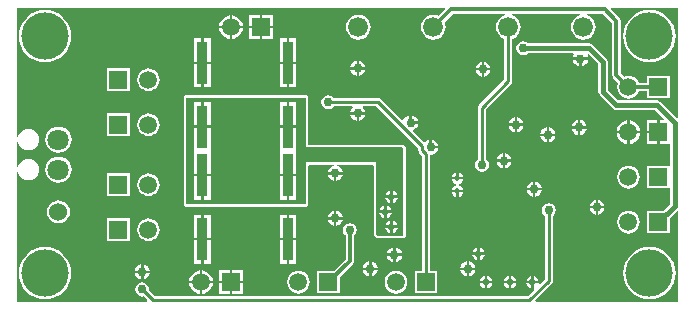
<source format=gbl>
G04 Layer_Physical_Order=2*
G04 Layer_Color=16711680*
%FSLAX24Y24*%
%MOIN*%
G70*
G01*
G75*
%ADD21C,0.0120*%
%ADD22C,0.0100*%
%ADD23C,0.0150*%
%ADD24R,0.0591X0.0591*%
%ADD25C,0.0591*%
%ADD26C,0.0661*%
%ADD27C,0.0709*%
%ADD28C,0.0300*%
%ADD29C,0.0197*%
%ADD30C,0.0600*%
%ADD31C,0.0220*%
%ADD32C,0.1575*%
%ADD33R,0.0358X0.1433*%
G36*
X34398Y20490D02*
X34352Y20471D01*
X33812Y21012D01*
X33760Y21046D01*
X33700Y21058D01*
X32415D01*
X32058Y21415D01*
Y22350D01*
X32046Y22410D01*
X32012Y22462D01*
X31562Y22912D01*
X31510Y22946D01*
X31450Y22958D01*
X29421D01*
X29416Y22966D01*
X29340Y23017D01*
X29250Y23035D01*
X29160Y23017D01*
X29084Y22966D01*
X29033Y22890D01*
X29015Y22800D01*
X29033Y22710D01*
X29084Y22634D01*
X29160Y22583D01*
X29250Y22565D01*
X29340Y22583D01*
X29416Y22634D01*
X29421Y22642D01*
X30917D01*
X30944Y22592D01*
X30914Y22548D01*
X30903Y22490D01*
X31397D01*
X31386Y22548D01*
X31384Y22550D01*
X31408Y22604D01*
X31420Y22606D01*
X31742Y22285D01*
Y21350D01*
X31754Y21290D01*
X31788Y21238D01*
X32238Y20788D01*
X32290Y20754D01*
X32350Y20742D01*
X33635D01*
X33935Y20441D01*
X33916Y20395D01*
X33790D01*
Y20000D01*
Y19605D01*
X34142D01*
Y18918D01*
X34125Y18875D01*
X34092Y18875D01*
X33375D01*
Y18125D01*
X34092D01*
X34125Y18125D01*
X34142Y18082D01*
Y17615D01*
X33902Y17375D01*
X33375D01*
Y16625D01*
X34125D01*
Y17152D01*
X34352Y17379D01*
X34398Y17360D01*
Y14352D01*
X29654D01*
X29635Y14398D01*
X30194Y14956D01*
X30222Y14999D01*
X30233Y15050D01*
Y17212D01*
X30266Y17234D01*
X30317Y17310D01*
X30335Y17400D01*
X30317Y17490D01*
X30266Y17566D01*
X30190Y17617D01*
X30100Y17635D01*
X30010Y17617D01*
X29934Y17566D01*
X29883Y17490D01*
X29865Y17400D01*
X29883Y17310D01*
X29934Y17234D01*
X29967Y17212D01*
Y15105D01*
X29803Y14941D01*
X29767Y14960D01*
X29590D01*
Y14783D01*
X29609Y14747D01*
X29395Y14533D01*
X16955D01*
X16772Y14715D01*
X16780Y14755D01*
X16762Y14844D01*
X16711Y14921D01*
X16635Y14971D01*
X16545Y14989D01*
X16456Y14971D01*
X16379Y14921D01*
X16329Y14844D01*
X16311Y14755D01*
X16329Y14665D01*
X16379Y14589D01*
X16456Y14538D01*
X16545Y14520D01*
X16585Y14528D01*
X16715Y14398D01*
X16696Y14352D01*
X12352D01*
Y18669D01*
X12402Y18672D01*
X12404Y18657D01*
X12439Y18571D01*
X12496Y18496D01*
X12571Y18439D01*
X12657Y18404D01*
X12750Y18391D01*
X12843Y18404D01*
X12929Y18439D01*
X13004Y18496D01*
X13061Y18571D01*
X13096Y18657D01*
X13109Y18750D01*
X13096Y18843D01*
X13061Y18929D01*
X13004Y19004D01*
X12929Y19061D01*
X12843Y19096D01*
X12750Y19109D01*
X12657Y19096D01*
X12571Y19061D01*
X12496Y19004D01*
X12439Y18929D01*
X12404Y18843D01*
X12402Y18828D01*
X12352Y18831D01*
Y19669D01*
X12402Y19672D01*
X12404Y19657D01*
X12439Y19571D01*
X12496Y19496D01*
X12571Y19439D01*
X12657Y19404D01*
X12750Y19391D01*
X12843Y19404D01*
X12929Y19439D01*
X13004Y19496D01*
X13061Y19571D01*
X13096Y19657D01*
X13109Y19750D01*
X13096Y19843D01*
X13061Y19929D01*
X13004Y20004D01*
X12929Y20061D01*
X12843Y20096D01*
X12750Y20109D01*
X12657Y20096D01*
X12571Y20061D01*
X12496Y20004D01*
X12439Y19929D01*
X12404Y19843D01*
X12402Y19828D01*
X12352Y19831D01*
Y24148D01*
X26631D01*
X26650Y24102D01*
X26422Y23873D01*
X26357Y23900D01*
X26250Y23914D01*
X26143Y23900D01*
X26043Y23859D01*
X25957Y23793D01*
X25891Y23707D01*
X25850Y23607D01*
X25836Y23500D01*
X25850Y23393D01*
X25891Y23293D01*
X25957Y23207D01*
X26043Y23141D01*
X26143Y23100D01*
X26250Y23086D01*
X26357Y23100D01*
X26457Y23141D01*
X26543Y23207D01*
X26609Y23293D01*
X26650Y23393D01*
X26664Y23500D01*
X26650Y23607D01*
X26623Y23672D01*
X26899Y23948D01*
X28633D01*
X28643Y23900D01*
X28543Y23859D01*
X28457Y23793D01*
X28391Y23707D01*
X28350Y23607D01*
X28336Y23500D01*
X28350Y23393D01*
X28391Y23293D01*
X28457Y23207D01*
X28543Y23141D01*
X28617Y23110D01*
Y21755D01*
X27773Y20911D01*
X27744Y20868D01*
X27734Y20817D01*
Y19105D01*
X27701Y19083D01*
X27650Y19007D01*
X27632Y18917D01*
X27650Y18827D01*
X27701Y18751D01*
X27777Y18700D01*
X27867Y18682D01*
X27957Y18700D01*
X28033Y18751D01*
X28084Y18827D01*
X28101Y18917D01*
X28084Y19007D01*
X28033Y19083D01*
X27999Y19105D01*
Y20762D01*
X28844Y21606D01*
X28872Y21649D01*
X28883Y21700D01*
Y23110D01*
X28957Y23141D01*
X29043Y23207D01*
X29109Y23293D01*
X29150Y23393D01*
X29164Y23500D01*
X29150Y23607D01*
X29109Y23707D01*
X29043Y23793D01*
X28957Y23859D01*
X28857Y23900D01*
X28867Y23948D01*
X31133D01*
X31143Y23900D01*
X31043Y23859D01*
X30957Y23793D01*
X30891Y23707D01*
X30850Y23607D01*
X30836Y23500D01*
X30850Y23393D01*
X30891Y23293D01*
X30957Y23207D01*
X31043Y23141D01*
X31143Y23100D01*
X31250Y23086D01*
X31357Y23100D01*
X31457Y23141D01*
X31543Y23207D01*
X31609Y23293D01*
X31650Y23393D01*
X31664Y23500D01*
X31650Y23607D01*
X31609Y23707D01*
X31543Y23793D01*
X31457Y23859D01*
X31357Y23900D01*
X31367Y23948D01*
X31901D01*
X32207Y23641D01*
Y21900D01*
X32207Y21900D01*
X32218Y21845D01*
X32249Y21799D01*
X32404Y21644D01*
X32384Y21598D01*
X32371Y21500D01*
X32384Y21402D01*
X32422Y21311D01*
X32482Y21232D01*
X32561Y21172D01*
X32652Y21134D01*
X32750Y21121D01*
X32848Y21134D01*
X32939Y21172D01*
X33018Y21232D01*
X33078Y21311D01*
X33097Y21357D01*
X33375D01*
Y21125D01*
X34125D01*
Y21875D01*
X33375D01*
Y21643D01*
X33097D01*
X33078Y21689D01*
X33018Y21768D01*
X32939Y21828D01*
X32848Y21866D01*
X32750Y21879D01*
X32652Y21866D01*
X32606Y21846D01*
X32493Y21959D01*
Y23700D01*
X32493Y23700D01*
X32482Y23755D01*
X32451Y23801D01*
X32451Y23801D01*
X32150Y24102D01*
X32169Y24148D01*
X34398D01*
Y20490D01*
D02*
G37*
%LPC*%
G36*
X27790Y16156D02*
Y15990D01*
X27956D01*
X27948Y16032D01*
X27901Y16101D01*
X27832Y16148D01*
X27790Y16156D01*
D02*
G37*
G36*
X24990Y16165D02*
Y15958D01*
X25197D01*
X25185Y16016D01*
X25130Y16099D01*
X25048Y16154D01*
X24990Y16165D01*
D02*
G37*
G36*
X27710Y16156D02*
X27668Y16148D01*
X27599Y16101D01*
X27552Y16032D01*
X27544Y15990D01*
X27710D01*
Y16156D01*
D02*
G37*
G36*
X16750Y17129D02*
X16652Y17116D01*
X16561Y17078D01*
X16482Y17018D01*
X16422Y16939D01*
X16384Y16848D01*
X16371Y16750D01*
X16384Y16652D01*
X16422Y16561D01*
X16482Y16482D01*
X16561Y16422D01*
X16652Y16384D01*
X16750Y16371D01*
X16848Y16384D01*
X16939Y16422D01*
X17018Y16482D01*
X17078Y16561D01*
X17116Y16652D01*
X17129Y16750D01*
X17116Y16848D01*
X17078Y16939D01*
X17018Y17018D01*
X16939Y17078D01*
X16848Y17116D01*
X16750Y17129D01*
D02*
G37*
G36*
X18510Y17254D02*
X18271D01*
Y16477D01*
X18510D01*
Y17254D01*
D02*
G37*
G36*
X18829D02*
X18590D01*
Y16477D01*
X18829D01*
Y17254D01*
D02*
G37*
G36*
X16125Y17125D02*
X15375D01*
Y16375D01*
X16125D01*
Y17125D01*
D02*
G37*
G36*
X22000Y21232D02*
X18000D01*
X17969Y21225D01*
X17942Y21208D01*
X17925Y21181D01*
X17918Y21150D01*
Y17600D01*
X17925Y17569D01*
X17942Y17542D01*
X17969Y17525D01*
X18000Y17518D01*
X22000D01*
X22031Y17525D01*
X22058Y17542D01*
X22075Y17569D01*
X22082Y17600D01*
Y18883D01*
X22117Y18918D01*
X22918D01*
X22923Y18868D01*
X22878Y18860D01*
X22796Y18804D01*
X22740Y18722D01*
X22729Y18664D01*
X23223D01*
X23211Y18722D01*
X23156Y18804D01*
X23074Y18860D01*
X23029Y18868D01*
X23034Y18918D01*
X24233Y18918D01*
X24268Y18883D01*
X24268Y16585D01*
X24268Y16585D01*
X24275Y16554D01*
X24292Y16528D01*
X24328Y16492D01*
X24354Y16475D01*
X24385Y16468D01*
X24385Y16468D01*
X25250Y16468D01*
X25281Y16475D01*
X25308Y16492D01*
X25325Y16519D01*
X25332Y16550D01*
X25332Y19465D01*
X25332Y19465D01*
X25325Y19496D01*
X25308Y19522D01*
X25272Y19558D01*
X25246Y19575D01*
X25215Y19582D01*
X25215Y19582D01*
X22082Y19582D01*
Y21150D01*
X22075Y21181D01*
X22058Y21208D01*
X22031Y21225D01*
X22000Y21232D01*
D02*
G37*
G36*
X24910Y16165D02*
X24852Y16154D01*
X24770Y16099D01*
X24715Y16016D01*
X24703Y15958D01*
X24910D01*
Y16165D01*
D02*
G37*
G36*
X21360Y16397D02*
X21121D01*
Y15620D01*
X21360D01*
Y16397D01*
D02*
G37*
G36*
X21679D02*
X21440D01*
Y15620D01*
X21679D01*
Y16397D01*
D02*
G37*
G36*
X18510D02*
X18271D01*
Y15620D01*
X18510D01*
Y16397D01*
D02*
G37*
G36*
X18829D02*
X18590D01*
Y15620D01*
X18829D01*
Y16397D01*
D02*
G37*
G36*
X27710Y15910D02*
X27544D01*
X27552Y15868D01*
X27599Y15799D01*
X27668Y15752D01*
X27710Y15744D01*
Y15910D01*
D02*
G37*
G36*
X27956D02*
X27790D01*
Y15744D01*
X27832Y15752D01*
X27901Y15799D01*
X27948Y15868D01*
X27956Y15910D01*
D02*
G37*
G36*
X24910Y15878D02*
X24703D01*
X24715Y15821D01*
X24770Y15738D01*
X24852Y15683D01*
X24910Y15672D01*
Y15878D01*
D02*
G37*
G36*
X25197D02*
X24990D01*
Y15672D01*
X25048Y15683D01*
X25130Y15738D01*
X25185Y15821D01*
X25197Y15878D01*
D02*
G37*
G36*
X21360Y17254D02*
X21121D01*
Y16477D01*
X21360D01*
Y17254D01*
D02*
G37*
G36*
X27010Y17993D02*
X26856D01*
X26863Y17956D01*
X26907Y17890D01*
X26973Y17847D01*
X27010Y17839D01*
Y17993D01*
D02*
G37*
G36*
X27244D02*
X27090D01*
Y17839D01*
X27127Y17847D01*
X27193Y17890D01*
X27237Y17956D01*
X27244Y17993D01*
D02*
G37*
G36*
X31660Y17747D02*
X31602Y17736D01*
X31520Y17680D01*
X31465Y17598D01*
X31453Y17540D01*
X31660D01*
Y17747D01*
D02*
G37*
G36*
X31740D02*
Y17540D01*
X31947D01*
X31936Y17598D01*
X31880Y17680D01*
X31798Y17736D01*
X31740Y17747D01*
D02*
G37*
G36*
X29565Y18060D02*
X29358D01*
X29369Y18002D01*
X29424Y17920D01*
X29507Y17865D01*
X29565Y17853D01*
Y18060D01*
D02*
G37*
G36*
X16125Y18625D02*
X15375D01*
Y17875D01*
X16125D01*
Y18625D01*
D02*
G37*
G36*
X27244Y18427D02*
X26856D01*
X26863Y18389D01*
X26907Y18323D01*
X26973Y18280D01*
X26993Y18275D01*
Y18225D01*
X26973Y18220D01*
X26907Y18177D01*
X26863Y18111D01*
X26856Y18073D01*
X27244D01*
X27237Y18111D01*
X27193Y18177D01*
X27127Y18220D01*
X27107Y18225D01*
Y18275D01*
X27127Y18280D01*
X27193Y18323D01*
X27237Y18389D01*
X27244Y18427D01*
D02*
G37*
G36*
X29852Y18060D02*
X29645D01*
Y17853D01*
X29702Y17865D01*
X29785Y17920D01*
X29840Y18002D01*
X29852Y18060D01*
D02*
G37*
G36*
X16750Y18629D02*
X16652Y18616D01*
X16561Y18578D01*
X16482Y18518D01*
X16422Y18439D01*
X16384Y18348D01*
X16371Y18250D01*
X16384Y18152D01*
X16422Y18061D01*
X16482Y17982D01*
X16561Y17922D01*
X16652Y17884D01*
X16750Y17871D01*
X16848Y17884D01*
X16939Y17922D01*
X17018Y17982D01*
X17078Y18061D01*
X17116Y18152D01*
X17129Y18250D01*
X17116Y18348D01*
X17078Y18439D01*
X17018Y18518D01*
X16939Y18578D01*
X16848Y18616D01*
X16750Y18629D01*
D02*
G37*
G36*
X22934Y17084D02*
X22727D01*
X22739Y17026D01*
X22794Y16944D01*
X22876Y16889D01*
X22934Y16877D01*
Y17084D01*
D02*
G37*
G36*
X23221D02*
X23014D01*
Y16877D01*
X23072Y16889D01*
X23154Y16944D01*
X23210Y17026D01*
X23221Y17084D01*
D02*
G37*
G36*
X21679Y17254D02*
X21440D01*
Y16477D01*
X21679D01*
Y17254D01*
D02*
G37*
G36*
X32750Y17379D02*
X32652Y17366D01*
X32561Y17328D01*
X32482Y17268D01*
X32422Y17189D01*
X32384Y17098D01*
X32371Y17000D01*
X32384Y16902D01*
X32422Y16811D01*
X32482Y16732D01*
X32561Y16672D01*
X32652Y16634D01*
X32750Y16621D01*
X32848Y16634D01*
X32939Y16672D01*
X33018Y16732D01*
X33078Y16811D01*
X33116Y16902D01*
X33129Y17000D01*
X33116Y17098D01*
X33078Y17189D01*
X33018Y17268D01*
X32939Y17328D01*
X32848Y17366D01*
X32750Y17379D01*
D02*
G37*
G36*
X13750Y17733D02*
X13651Y17720D01*
X13558Y17682D01*
X13479Y17621D01*
X13418Y17542D01*
X13380Y17449D01*
X13367Y17350D01*
X13380Y17251D01*
X13418Y17158D01*
X13479Y17079D01*
X13558Y17018D01*
X13651Y16980D01*
X13750Y16967D01*
X13849Y16980D01*
X13942Y17018D01*
X14021Y17079D01*
X14082Y17158D01*
X14120Y17251D01*
X14133Y17350D01*
X14120Y17449D01*
X14082Y17542D01*
X14021Y17621D01*
X13942Y17682D01*
X13849Y17720D01*
X13750Y17733D01*
D02*
G37*
G36*
X31660Y17460D02*
X31453D01*
X31465Y17402D01*
X31520Y17320D01*
X31602Y17264D01*
X31660Y17253D01*
Y17460D01*
D02*
G37*
G36*
X31947D02*
X31740D01*
Y17253D01*
X31798Y17264D01*
X31880Y17320D01*
X31936Y17402D01*
X31947Y17460D01*
D02*
G37*
G36*
X22934Y17371D02*
X22876Y17360D01*
X22794Y17304D01*
X22739Y17222D01*
X22727Y17164D01*
X22934D01*
Y17371D01*
D02*
G37*
G36*
X23014D02*
Y17164D01*
X23221D01*
X23210Y17222D01*
X23154Y17304D01*
X23072Y17360D01*
X23014Y17371D01*
D02*
G37*
G36*
X27435Y15692D02*
Y15485D01*
X27642D01*
X27631Y15543D01*
X27576Y15626D01*
X27493Y15681D01*
X27435Y15692D01*
D02*
G37*
G36*
X28206Y14960D02*
X28040D01*
Y14794D01*
X28082Y14802D01*
X28151Y14849D01*
X28198Y14918D01*
X28206Y14960D01*
D02*
G37*
G36*
X28760D02*
X28594D01*
X28602Y14918D01*
X28649Y14849D01*
X28718Y14802D01*
X28760Y14794D01*
Y14960D01*
D02*
G37*
G36*
X22750Y21235D02*
X22660Y21217D01*
X22584Y21166D01*
X22533Y21090D01*
X22515Y21000D01*
X22533Y20910D01*
X22584Y20834D01*
X22660Y20783D01*
X22750Y20765D01*
X22840Y20783D01*
X22916Y20834D01*
X22938Y20867D01*
X23550D01*
X23565Y20817D01*
X23546Y20804D01*
X23490Y20722D01*
X23479Y20664D01*
X23973D01*
X23961Y20722D01*
X23906Y20804D01*
X23886Y20817D01*
X23902Y20867D01*
X24345D01*
X25742Y19470D01*
Y19389D01*
X25752Y19338D01*
X25781Y19295D01*
X25867Y19209D01*
Y15375D01*
X25625D01*
Y14625D01*
X26375D01*
Y15375D01*
X26133D01*
Y19232D01*
X26155Y19250D01*
X26252Y19269D01*
X26335Y19324D01*
X26390Y19407D01*
X26402Y19465D01*
X26155D01*
Y19505D01*
X26115D01*
Y19752D01*
X26057Y19740D01*
X25974Y19685D01*
X25968Y19675D01*
X25918Y19670D01*
X25557Y20031D01*
X25571Y20079D01*
X25581Y20081D01*
X25664Y20136D01*
X25719Y20219D01*
X25731Y20276D01*
X25484D01*
Y20316D01*
X25444D01*
Y20563D01*
X25386Y20552D01*
X25304Y20496D01*
X25248Y20414D01*
X25246Y20403D01*
X25198Y20389D01*
X24494Y21094D01*
X24451Y21122D01*
X24400Y21133D01*
X22938D01*
X22916Y21166D01*
X22840Y21217D01*
X22750Y21235D01*
D02*
G37*
G36*
X27960Y14960D02*
X27794D01*
X27802Y14918D01*
X27849Y14849D01*
X27918Y14802D01*
X27960Y14794D01*
Y14960D01*
D02*
G37*
G36*
X29006D02*
X28840D01*
Y14794D01*
X28882Y14802D01*
X28951Y14849D01*
X28998Y14918D01*
X29006Y14960D01*
D02*
G37*
G36*
X18540Y15393D02*
Y15040D01*
X18893D01*
X18885Y15103D01*
X18845Y15199D01*
X18782Y15282D01*
X18699Y15345D01*
X18603Y15385D01*
X18540Y15393D01*
D02*
G37*
G36*
X19460Y15395D02*
X19105D01*
Y15040D01*
X19460D01*
Y15395D01*
D02*
G37*
G36*
X29510Y14960D02*
X29344D01*
X29352Y14918D01*
X29399Y14849D01*
X29468Y14802D01*
X29510Y14794D01*
Y14960D01*
D02*
G37*
G36*
X18460Y15393D02*
X18397Y15385D01*
X18301Y15345D01*
X18218Y15282D01*
X18155Y15199D01*
X18115Y15103D01*
X18107Y15040D01*
X18460D01*
Y15393D01*
D02*
G37*
G36*
X19460Y14960D02*
X19105D01*
Y14605D01*
X19460D01*
Y14960D01*
D02*
G37*
G36*
X19895D02*
X19540D01*
Y14605D01*
X19895D01*
Y14960D01*
D02*
G37*
G36*
X13300Y16172D02*
X13130Y16155D01*
X12966Y16105D01*
X12816Y16025D01*
X12684Y15916D01*
X12575Y15784D01*
X12495Y15634D01*
X12445Y15470D01*
X12428Y15300D01*
X12445Y15130D01*
X12495Y14966D01*
X12575Y14816D01*
X12684Y14684D01*
X12816Y14575D01*
X12966Y14495D01*
X13130Y14445D01*
X13300Y14428D01*
X13470Y14445D01*
X13634Y14495D01*
X13784Y14575D01*
X13916Y14684D01*
X14025Y14816D01*
X14105Y14966D01*
X14155Y15130D01*
X14172Y15300D01*
X14155Y15470D01*
X14105Y15634D01*
X14025Y15784D01*
X13916Y15916D01*
X13784Y16025D01*
X13634Y16105D01*
X13470Y16155D01*
X13300Y16172D01*
D02*
G37*
G36*
X33450D02*
X33280Y16155D01*
X33116Y16105D01*
X32966Y16025D01*
X32834Y15916D01*
X32725Y15784D01*
X32645Y15634D01*
X32595Y15470D01*
X32578Y15300D01*
X32595Y15130D01*
X32645Y14966D01*
X32725Y14816D01*
X32834Y14684D01*
X32966Y14575D01*
X33116Y14495D01*
X33280Y14445D01*
X33450Y14428D01*
X33620Y14445D01*
X33784Y14495D01*
X33934Y14575D01*
X34066Y14684D01*
X34175Y14816D01*
X34255Y14966D01*
X34305Y15130D01*
X34322Y15300D01*
X34305Y15470D01*
X34255Y15634D01*
X34175Y15784D01*
X34066Y15916D01*
X33934Y16025D01*
X33784Y16105D01*
X33620Y16155D01*
X33450Y16172D01*
D02*
G37*
G36*
X18460Y14960D02*
X18107D01*
X18115Y14897D01*
X18155Y14801D01*
X18218Y14718D01*
X18301Y14655D01*
X18397Y14615D01*
X18460Y14607D01*
Y14960D01*
D02*
G37*
G36*
X25000Y15379D02*
X24902Y15366D01*
X24811Y15328D01*
X24732Y15268D01*
X24672Y15189D01*
X24634Y15098D01*
X24621Y15000D01*
X24634Y14902D01*
X24672Y14811D01*
X24732Y14732D01*
X24811Y14672D01*
X24902Y14634D01*
X25000Y14621D01*
X25098Y14634D01*
X25189Y14672D01*
X25268Y14732D01*
X25328Y14811D01*
X25366Y14902D01*
X25379Y15000D01*
X25366Y15098D01*
X25328Y15189D01*
X25268Y15268D01*
X25189Y15328D01*
X25098Y15366D01*
X25000Y15379D01*
D02*
G37*
G36*
X23463Y16971D02*
X23374Y16953D01*
X23298Y16902D01*
X23247Y16826D01*
X23229Y16737D01*
X23247Y16647D01*
X23298Y16571D01*
X23321Y16555D01*
Y15773D01*
X22923Y15375D01*
X22375D01*
Y14625D01*
X23125D01*
Y15173D01*
X23564Y15612D01*
X23564Y15612D01*
X23595Y15659D01*
X23606Y15713D01*
X23606Y15713D01*
Y16555D01*
X23629Y16571D01*
X23680Y16647D01*
X23698Y16737D01*
X23680Y16826D01*
X23629Y16902D01*
X23553Y16953D01*
X23463Y16971D01*
D02*
G37*
G36*
X18893Y14960D02*
X18540D01*
Y14607D01*
X18603Y14615D01*
X18699Y14655D01*
X18782Y14718D01*
X18845Y14801D01*
X18885Y14897D01*
X18893Y14960D01*
D02*
G37*
G36*
X21750Y15379D02*
X21652Y15366D01*
X21561Y15328D01*
X21482Y15268D01*
X21422Y15189D01*
X21384Y15098D01*
X21371Y15000D01*
X21384Y14902D01*
X21422Y14811D01*
X21482Y14732D01*
X21561Y14672D01*
X21652Y14634D01*
X21750Y14621D01*
X21848Y14634D01*
X21939Y14672D01*
X22018Y14732D01*
X22078Y14811D01*
X22116Y14902D01*
X22129Y15000D01*
X22116Y15098D01*
X22078Y15189D01*
X22018Y15268D01*
X21939Y15328D01*
X21848Y15366D01*
X21750Y15379D01*
D02*
G37*
G36*
X27355Y15405D02*
X27148D01*
X27160Y15348D01*
X27215Y15265D01*
X27298Y15210D01*
X27355Y15198D01*
Y15405D01*
D02*
G37*
G36*
X27642D02*
X27435D01*
Y15198D01*
X27493Y15210D01*
X27576Y15265D01*
X27631Y15348D01*
X27642Y15405D01*
D02*
G37*
G36*
X24105D02*
X23898D01*
X23910Y15348D01*
X23965Y15265D01*
X24048Y15210D01*
X24105Y15198D01*
Y15405D01*
D02*
G37*
G36*
X24392D02*
X24185D01*
Y15198D01*
X24243Y15210D01*
X24326Y15265D01*
X24381Y15348D01*
X24392Y15405D01*
D02*
G37*
G36*
X16505Y15592D02*
X16448Y15581D01*
X16365Y15526D01*
X16310Y15443D01*
X16298Y15385D01*
X16505D01*
Y15592D01*
D02*
G37*
G36*
X24185Y15692D02*
Y15485D01*
X24392D01*
X24381Y15543D01*
X24326Y15626D01*
X24243Y15681D01*
X24185Y15692D01*
D02*
G37*
G36*
X27355D02*
X27298Y15681D01*
X27215Y15626D01*
X27160Y15543D01*
X27148Y15485D01*
X27355D01*
Y15692D01*
D02*
G37*
G36*
X16585Y15592D02*
Y15385D01*
X16792D01*
X16781Y15443D01*
X16726Y15526D01*
X16643Y15581D01*
X16585Y15592D01*
D02*
G37*
G36*
X24105Y15692D02*
X24048Y15681D01*
X23965Y15626D01*
X23910Y15543D01*
X23898Y15485D01*
X24105D01*
Y15692D01*
D02*
G37*
G36*
X28040Y15206D02*
Y15040D01*
X28206D01*
X28198Y15082D01*
X28151Y15151D01*
X28082Y15198D01*
X28040Y15206D01*
D02*
G37*
G36*
X28760D02*
X28718Y15198D01*
X28649Y15151D01*
X28602Y15082D01*
X28594Y15040D01*
X28760D01*
Y15206D01*
D02*
G37*
G36*
X19895Y15395D02*
X19540D01*
Y15040D01*
X19895D01*
Y15395D01*
D02*
G37*
G36*
X27960Y15206D02*
X27918Y15198D01*
X27849Y15151D01*
X27802Y15082D01*
X27794Y15040D01*
X27960D01*
Y15206D01*
D02*
G37*
G36*
X28840D02*
Y15040D01*
X29006D01*
X28998Y15082D01*
X28951Y15151D01*
X28882Y15198D01*
X28840Y15206D01*
D02*
G37*
G36*
X16505Y15305D02*
X16298D01*
X16310Y15248D01*
X16365Y15165D01*
X16448Y15110D01*
X16505Y15098D01*
Y15305D01*
D02*
G37*
G36*
X16792D02*
X16585D01*
Y15098D01*
X16643Y15110D01*
X16726Y15165D01*
X16781Y15248D01*
X16792Y15305D01*
D02*
G37*
G36*
X29510Y15206D02*
X29468Y15198D01*
X29399Y15151D01*
X29352Y15082D01*
X29344Y15040D01*
X29510D01*
Y15206D01*
D02*
G37*
G36*
X29590D02*
Y15040D01*
X29756D01*
X29748Y15082D01*
X29701Y15151D01*
X29632Y15198D01*
X29590Y15206D01*
D02*
G37*
G36*
X32750Y18879D02*
X32652Y18866D01*
X32561Y18828D01*
X32482Y18768D01*
X32422Y18689D01*
X32384Y18598D01*
X32371Y18500D01*
X32384Y18402D01*
X32422Y18311D01*
X32482Y18232D01*
X32561Y18172D01*
X32652Y18134D01*
X32750Y18121D01*
X32848Y18134D01*
X32939Y18172D01*
X33018Y18232D01*
X33078Y18311D01*
X33116Y18402D01*
X33129Y18500D01*
X33116Y18598D01*
X33078Y18689D01*
X33018Y18768D01*
X32939Y18828D01*
X32848Y18866D01*
X32750Y18879D01*
D02*
G37*
G36*
X18510Y22273D02*
X18271D01*
Y21496D01*
X18510D01*
Y22273D01*
D02*
G37*
G36*
X18829D02*
X18590D01*
Y21496D01*
X18829D01*
Y22273D01*
D02*
G37*
G36*
X16125Y22125D02*
X15375D01*
Y21375D01*
X16125D01*
Y22125D01*
D02*
G37*
G36*
X23973Y20584D02*
X23766D01*
Y20377D01*
X23824Y20389D01*
X23906Y20444D01*
X23961Y20526D01*
X23973Y20584D01*
D02*
G37*
G36*
X16750Y22129D02*
X16652Y22116D01*
X16561Y22078D01*
X16482Y22018D01*
X16422Y21939D01*
X16384Y21848D01*
X16371Y21750D01*
X16384Y21652D01*
X16422Y21561D01*
X16482Y21482D01*
X16561Y21422D01*
X16652Y21384D01*
X16750Y21371D01*
X16848Y21384D01*
X16939Y21422D01*
X17018Y21482D01*
X17078Y21561D01*
X17116Y21652D01*
X17129Y21750D01*
X17116Y21848D01*
X17078Y21939D01*
X17018Y22018D01*
X16939Y22078D01*
X16848Y22116D01*
X16750Y22129D01*
D02*
G37*
G36*
X28147Y22060D02*
X27940D01*
Y21853D01*
X27998Y21865D01*
X28080Y21920D01*
X28135Y22002D01*
X28147Y22060D01*
D02*
G37*
G36*
X23686Y22084D02*
X23479D01*
X23490Y22026D01*
X23546Y21944D01*
X23628Y21889D01*
X23686Y21877D01*
Y22084D01*
D02*
G37*
G36*
X27860Y22060D02*
X27653D01*
X27664Y22002D01*
X27720Y21920D01*
X27802Y21865D01*
X27860Y21853D01*
Y22060D01*
D02*
G37*
G36*
X21360Y22273D02*
X21121D01*
Y21496D01*
X21360D01*
Y22273D01*
D02*
G37*
G36*
X21679D02*
X21440D01*
Y21496D01*
X21679D01*
Y22273D01*
D02*
G37*
G36*
X23686Y20584D02*
X23479D01*
X23490Y20526D01*
X23546Y20444D01*
X23628Y20389D01*
X23686Y20377D01*
Y20584D01*
D02*
G37*
G36*
X32790Y20393D02*
Y20040D01*
X33143D01*
X33135Y20103D01*
X33095Y20199D01*
X33032Y20282D01*
X32949Y20345D01*
X32853Y20385D01*
X32790Y20393D01*
D02*
G37*
G36*
X33710Y20395D02*
X33355D01*
Y20040D01*
X33710D01*
Y20395D01*
D02*
G37*
G36*
X32710Y20393D02*
X32647Y20385D01*
X32551Y20345D01*
X32468Y20282D01*
X32405Y20199D01*
X32365Y20103D01*
X32357Y20040D01*
X32710D01*
Y20393D01*
D02*
G37*
G36*
X28960Y20210D02*
X28753D01*
X28765Y20152D01*
X28820Y20070D01*
X28902Y20015D01*
X28960Y20003D01*
Y20210D01*
D02*
G37*
G36*
X29247D02*
X29040D01*
Y20003D01*
X29098Y20015D01*
X29180Y20070D01*
X29235Y20152D01*
X29247Y20210D01*
D02*
G37*
G36*
X29040Y20497D02*
Y20290D01*
X29247D01*
X29235Y20348D01*
X29180Y20430D01*
X29098Y20485D01*
X29040Y20497D01*
D02*
G37*
G36*
X25524Y20563D02*
Y20356D01*
X25731D01*
X25719Y20414D01*
X25664Y20496D01*
X25581Y20552D01*
X25524Y20563D01*
D02*
G37*
G36*
X28960Y20497D02*
X28902Y20485D01*
X28820Y20430D01*
X28765Y20348D01*
X28753Y20290D01*
X28960D01*
Y20497D01*
D02*
G37*
G36*
X31065Y20402D02*
X31007Y20390D01*
X30924Y20335D01*
X30869Y20252D01*
X30858Y20195D01*
X31065D01*
Y20402D01*
D02*
G37*
G36*
X31145D02*
Y20195D01*
X31352D01*
X31340Y20252D01*
X31285Y20335D01*
X31202Y20390D01*
X31145Y20402D01*
D02*
G37*
G36*
X23973Y22084D02*
X23766D01*
Y21877D01*
X23824Y21889D01*
X23906Y21944D01*
X23961Y22026D01*
X23973Y22084D01*
D02*
G37*
G36*
X20895Y23460D02*
X20540D01*
Y23105D01*
X20895D01*
Y23460D01*
D02*
G37*
G36*
X19460D02*
X19107D01*
X19115Y23397D01*
X19155Y23301D01*
X19218Y23218D01*
X19301Y23155D01*
X19397Y23115D01*
X19460Y23107D01*
Y23460D01*
D02*
G37*
G36*
X20460D02*
X20105D01*
Y23105D01*
X20460D01*
Y23460D01*
D02*
G37*
G36*
X21679Y23130D02*
X21440D01*
Y22353D01*
X21679D01*
Y23130D01*
D02*
G37*
G36*
X23750Y23914D02*
X23643Y23900D01*
X23543Y23859D01*
X23457Y23793D01*
X23391Y23707D01*
X23350Y23607D01*
X23336Y23500D01*
X23350Y23393D01*
X23391Y23293D01*
X23457Y23207D01*
X23543Y23141D01*
X23643Y23100D01*
X23750Y23086D01*
X23857Y23100D01*
X23957Y23141D01*
X24043Y23207D01*
X24109Y23293D01*
X24150Y23393D01*
X24164Y23500D01*
X24150Y23607D01*
X24109Y23707D01*
X24043Y23793D01*
X23957Y23859D01*
X23857Y23900D01*
X23750Y23914D01*
D02*
G37*
G36*
X20460Y23895D02*
X20105D01*
Y23540D01*
X20460D01*
Y23895D01*
D02*
G37*
G36*
X20895D02*
X20540D01*
Y23540D01*
X20895D01*
Y23895D01*
D02*
G37*
G36*
X19540Y23893D02*
Y23540D01*
X19893D01*
X19885Y23603D01*
X19845Y23699D01*
X19782Y23782D01*
X19699Y23845D01*
X19603Y23885D01*
X19540Y23893D01*
D02*
G37*
G36*
X19893Y23460D02*
X19540D01*
Y23107D01*
X19603Y23115D01*
X19699Y23155D01*
X19782Y23218D01*
X19845Y23301D01*
X19885Y23397D01*
X19893Y23460D01*
D02*
G37*
G36*
X19460Y23893D02*
X19397Y23885D01*
X19301Y23845D01*
X19218Y23782D01*
X19155Y23699D01*
X19115Y23603D01*
X19107Y23540D01*
X19460D01*
Y23893D01*
D02*
G37*
G36*
X21360Y23130D02*
X21121D01*
Y22353D01*
X21360D01*
Y23130D01*
D02*
G37*
G36*
X23766Y22371D02*
Y22164D01*
X23973D01*
X23961Y22222D01*
X23906Y22304D01*
X23824Y22360D01*
X23766Y22371D01*
D02*
G37*
G36*
X31110Y22410D02*
X30903D01*
X30914Y22352D01*
X30970Y22270D01*
X31052Y22215D01*
X31110Y22203D01*
Y22410D01*
D02*
G37*
G36*
X23686Y22371D02*
X23628Y22360D01*
X23546Y22304D01*
X23490Y22222D01*
X23479Y22164D01*
X23686D01*
Y22371D01*
D02*
G37*
G36*
X27860Y22347D02*
X27802Y22336D01*
X27720Y22280D01*
X27664Y22198D01*
X27653Y22140D01*
X27860D01*
Y22347D01*
D02*
G37*
G36*
X27940D02*
Y22140D01*
X28147D01*
X28135Y22198D01*
X28080Y22280D01*
X27998Y22336D01*
X27940Y22347D01*
D02*
G37*
G36*
X18510Y23130D02*
X18271D01*
Y22353D01*
X18510D01*
Y23130D01*
D02*
G37*
G36*
X18829D02*
X18590D01*
Y22353D01*
X18829D01*
Y23130D01*
D02*
G37*
G36*
X33450Y24072D02*
X33280Y24055D01*
X33116Y24005D01*
X32966Y23925D01*
X32834Y23816D01*
X32725Y23684D01*
X32645Y23534D01*
X32595Y23370D01*
X32578Y23200D01*
X32595Y23030D01*
X32645Y22866D01*
X32725Y22716D01*
X32834Y22584D01*
X32966Y22475D01*
X33116Y22395D01*
X33280Y22345D01*
X33450Y22328D01*
X33620Y22345D01*
X33784Y22395D01*
X33934Y22475D01*
X34066Y22584D01*
X34175Y22716D01*
X34255Y22866D01*
X34305Y23030D01*
X34322Y23200D01*
X34305Y23370D01*
X34255Y23534D01*
X34175Y23684D01*
X34066Y23816D01*
X33934Y23925D01*
X33784Y24005D01*
X33620Y24055D01*
X33450Y24072D01*
D02*
G37*
G36*
X31397Y22410D02*
X31190D01*
Y22203D01*
X31248Y22215D01*
X31330Y22270D01*
X31386Y22352D01*
X31397Y22410D01*
D02*
G37*
G36*
X13300Y24072D02*
X13130Y24055D01*
X12966Y24005D01*
X12816Y23925D01*
X12684Y23816D01*
X12575Y23684D01*
X12495Y23534D01*
X12445Y23370D01*
X12428Y23200D01*
X12445Y23030D01*
X12495Y22866D01*
X12575Y22716D01*
X12684Y22584D01*
X12816Y22475D01*
X12966Y22395D01*
X13130Y22345D01*
X13300Y22328D01*
X13470Y22345D01*
X13634Y22395D01*
X13784Y22475D01*
X13916Y22584D01*
X14025Y22716D01*
X14105Y22866D01*
X14155Y23030D01*
X14172Y23200D01*
X14155Y23370D01*
X14105Y23534D01*
X14025Y23684D01*
X13916Y23816D01*
X13784Y23925D01*
X13634Y24005D01*
X13470Y24055D01*
X13300Y24072D01*
D02*
G37*
G36*
X33710Y19960D02*
X33355D01*
Y19605D01*
X33710D01*
Y19960D01*
D02*
G37*
G36*
X26195Y19752D02*
Y19545D01*
X26402D01*
X26390Y19602D01*
X26335Y19685D01*
X26252Y19740D01*
X26195Y19752D01*
D02*
G37*
G36*
X23223Y18584D02*
X23016D01*
Y18377D01*
X23074Y18389D01*
X23156Y18444D01*
X23211Y18526D01*
X23223Y18584D01*
D02*
G37*
G36*
X32710Y19960D02*
X32357D01*
X32365Y19897D01*
X32405Y19801D01*
X32468Y19718D01*
X32551Y19655D01*
X32647Y19615D01*
X32710Y19607D01*
Y19960D01*
D02*
G37*
G36*
X13750Y19188D02*
X13637Y19173D01*
X13531Y19129D01*
X13440Y19060D01*
X13371Y18969D01*
X13327Y18863D01*
X13312Y18750D01*
X13327Y18637D01*
X13371Y18531D01*
X13440Y18440D01*
X13531Y18371D01*
X13637Y18327D01*
X13750Y18312D01*
X13863Y18327D01*
X13969Y18371D01*
X14060Y18440D01*
X14129Y18531D01*
X14173Y18637D01*
X14188Y18750D01*
X14173Y18863D01*
X14129Y18969D01*
X14060Y19060D01*
X13969Y19129D01*
X13863Y19173D01*
X13750Y19188D01*
D02*
G37*
G36*
X22936Y18584D02*
X22729D01*
X22740Y18526D01*
X22796Y18444D01*
X22878Y18389D01*
X22936Y18377D01*
Y18584D01*
D02*
G37*
G36*
X27010Y18661D02*
X26973Y18653D01*
X26907Y18610D01*
X26863Y18544D01*
X26856Y18507D01*
X27010D01*
Y18661D01*
D02*
G37*
G36*
X28560Y19297D02*
X28502Y19286D01*
X28420Y19230D01*
X28365Y19148D01*
X28353Y19090D01*
X28560D01*
Y19297D01*
D02*
G37*
G36*
X28847Y19010D02*
X28640D01*
Y18803D01*
X28698Y18815D01*
X28780Y18870D01*
X28835Y18952D01*
X28847Y19010D01*
D02*
G37*
G36*
X28560D02*
X28353D01*
X28365Y18952D01*
X28420Y18870D01*
X28502Y18815D01*
X28560Y18803D01*
Y19010D01*
D02*
G37*
G36*
X13750Y20188D02*
X13637Y20173D01*
X13531Y20129D01*
X13440Y20060D01*
X13371Y19969D01*
X13327Y19863D01*
X13312Y19750D01*
X13327Y19637D01*
X13371Y19531D01*
X13440Y19440D01*
X13531Y19371D01*
X13637Y19327D01*
X13750Y19312D01*
X13863Y19327D01*
X13969Y19371D01*
X14060Y19440D01*
X14129Y19531D01*
X14173Y19637D01*
X14188Y19750D01*
X14173Y19863D01*
X14129Y19969D01*
X14060Y20060D01*
X13969Y20129D01*
X13863Y20173D01*
X13750Y20188D01*
D02*
G37*
G36*
X27090Y18661D02*
Y18507D01*
X27244D01*
X27237Y18544D01*
X27193Y18610D01*
X27127Y18653D01*
X27090Y18661D01*
D02*
G37*
G36*
X28640Y19297D02*
Y19090D01*
X28847D01*
X28835Y19148D01*
X28780Y19230D01*
X28698Y19286D01*
X28640Y19297D01*
D02*
G37*
G36*
X16125Y20625D02*
X15375D01*
Y19875D01*
X16125D01*
Y20625D01*
D02*
G37*
G36*
X16750Y20629D02*
X16652Y20616D01*
X16561Y20578D01*
X16482Y20518D01*
X16422Y20439D01*
X16384Y20348D01*
X16371Y20250D01*
X16384Y20152D01*
X16422Y20061D01*
X16482Y19982D01*
X16561Y19922D01*
X16652Y19884D01*
X16750Y19871D01*
X16848Y19884D01*
X16939Y19922D01*
X17018Y19982D01*
X17078Y20061D01*
X17116Y20152D01*
X17129Y20250D01*
X17116Y20348D01*
X17078Y20439D01*
X17018Y20518D01*
X16939Y20578D01*
X16848Y20616D01*
X16750Y20629D01*
D02*
G37*
G36*
X30310Y19873D02*
X30103D01*
Y19666D01*
X30161Y19678D01*
X30244Y19733D01*
X30299Y19816D01*
X30310Y19873D01*
D02*
G37*
G36*
X31065Y20115D02*
X30858D01*
X30869Y20057D01*
X30924Y19974D01*
X31007Y19919D01*
X31065Y19908D01*
Y20115D01*
D02*
G37*
G36*
X30103Y20160D02*
Y19953D01*
X30310D01*
X30299Y20011D01*
X30244Y20094D01*
X30161Y20149D01*
X30103Y20160D01*
D02*
G37*
G36*
X30023D02*
X29966Y20149D01*
X29883Y20094D01*
X29828Y20011D01*
X29816Y19953D01*
X30023D01*
Y20160D01*
D02*
G37*
G36*
X31352Y20115D02*
X31145D01*
Y19908D01*
X31202Y19919D01*
X31285Y19974D01*
X31340Y20057D01*
X31352Y20115D01*
D02*
G37*
G36*
X29645Y18347D02*
Y18140D01*
X29852D01*
X29840Y18198D01*
X29785Y18280D01*
X29702Y18335D01*
X29645Y18347D01*
D02*
G37*
G36*
X30023Y19873D02*
X29816D01*
X29828Y19816D01*
X29883Y19733D01*
X29966Y19678D01*
X30023Y19666D01*
Y19873D01*
D02*
G37*
G36*
X33143Y19960D02*
X32790D01*
Y19607D01*
X32853Y19615D01*
X32949Y19655D01*
X33032Y19718D01*
X33095Y19801D01*
X33135Y19897D01*
X33143Y19960D01*
D02*
G37*
G36*
X29565Y18347D02*
X29507Y18335D01*
X29424Y18280D01*
X29369Y18198D01*
X29358Y18140D01*
X29565D01*
Y18347D01*
D02*
G37*
%LPD*%
G36*
X22000Y19500D02*
X25215Y19500D01*
X25250Y19465D01*
X25250Y16550D01*
X24385Y16550D01*
X24350Y16585D01*
X24350Y19000D01*
X22000Y19000D01*
Y17600D01*
X18000D01*
Y21150D01*
X22000D01*
Y19500D01*
D02*
G37*
%LPC*%
G36*
X18829Y18523D02*
X18590D01*
Y17746D01*
X18829D01*
Y18523D01*
D02*
G37*
G36*
X18510D02*
X18271D01*
Y17746D01*
X18510D01*
Y18523D01*
D02*
G37*
G36*
X25056Y17810D02*
X24890D01*
Y17644D01*
X24932Y17652D01*
X25001Y17699D01*
X25048Y17768D01*
X25056Y17810D01*
D02*
G37*
G36*
X21360Y18523D02*
X21121D01*
Y17746D01*
X21360D01*
Y18523D01*
D02*
G37*
G36*
X24890Y18056D02*
Y17890D01*
X25056D01*
X25048Y17932D01*
X25001Y18001D01*
X24932Y18048D01*
X24890Y18056D01*
D02*
G37*
G36*
X24810D02*
X24768Y18048D01*
X24699Y18001D01*
X24652Y17932D01*
X24644Y17890D01*
X24810D01*
Y18056D01*
D02*
G37*
G36*
X21679Y18523D02*
X21440D01*
Y17746D01*
X21679D01*
Y18523D01*
D02*
G37*
G36*
X24810Y17810D02*
X24644D01*
X24652Y17768D01*
X24699Y17699D01*
X24768Y17652D01*
X24810Y17644D01*
Y17810D01*
D02*
G37*
G36*
Y16810D02*
X24644D01*
X24652Y16768D01*
X24699Y16699D01*
X24768Y16652D01*
X24810Y16644D01*
Y16810D01*
D02*
G37*
G36*
X25056D02*
X24890D01*
Y16644D01*
X24932Y16652D01*
X25001Y16699D01*
X25048Y16768D01*
X25056Y16810D01*
D02*
G37*
G36*
X24810Y17056D02*
X24768Y17048D01*
X24699Y17001D01*
X24652Y16932D01*
X24644Y16890D01*
X24810D01*
Y17056D01*
D02*
G37*
G36*
X21679Y21004D02*
X21440D01*
Y20227D01*
X21679D01*
Y21004D01*
D02*
G37*
G36*
X18510D02*
X18271D01*
Y20227D01*
X18510D01*
Y21004D01*
D02*
G37*
G36*
X18829D02*
X18590D01*
Y20227D01*
X18829D01*
Y21004D01*
D02*
G37*
G36*
X21360D02*
X21121D01*
Y20227D01*
X21360D01*
Y21004D01*
D02*
G37*
G36*
X24690Y17556D02*
Y17390D01*
X24856D01*
X24848Y17432D01*
X24801Y17501D01*
X24732Y17548D01*
X24690Y17556D01*
D02*
G37*
G36*
X21679Y20147D02*
X21121D01*
Y19370D01*
Y18603D01*
X21679D01*
Y19370D01*
Y20147D01*
D02*
G37*
G36*
X18829D02*
X18271D01*
Y19370D01*
Y18603D01*
X18829D01*
Y19370D01*
Y20147D01*
D02*
G37*
G36*
X24610Y17556D02*
X24568Y17548D01*
X24499Y17501D01*
X24452Y17432D01*
X24444Y17390D01*
X24610D01*
Y17556D01*
D02*
G37*
G36*
X24890Y17056D02*
Y16890D01*
X25056D01*
X25048Y16932D01*
X25001Y17001D01*
X24932Y17048D01*
X24890Y17056D01*
D02*
G37*
G36*
X24610Y17310D02*
X24444D01*
X24452Y17268D01*
X24499Y17199D01*
X24568Y17152D01*
X24610Y17144D01*
Y17310D01*
D02*
G37*
G36*
X24856D02*
X24690D01*
Y17144D01*
X24732Y17152D01*
X24801Y17199D01*
X24848Y17268D01*
X24856Y17310D01*
D02*
G37*
%LPD*%
D21*
X32750Y21500D02*
X33750D01*
X32350Y21900D02*
X32750Y21500D01*
X32350Y21900D02*
Y23700D01*
X31960Y24090D02*
X32350Y23700D01*
X26840Y24090D02*
X31960D01*
X26250Y23500D02*
X26840Y24090D01*
X23463Y15713D02*
Y16737D01*
X22750Y15000D02*
X23463Y15713D01*
D22*
X30100Y15050D02*
Y17400D01*
X29450Y14400D02*
X30100Y15050D01*
X16900Y14400D02*
X29450D01*
X16545Y14755D02*
X16900Y14400D01*
X28750Y21700D02*
Y23500D01*
X27867Y20817D02*
X28750Y21700D01*
X27867Y18917D02*
Y20817D01*
X22750Y21000D02*
X24400D01*
X25875Y19525D01*
Y19389D02*
Y19525D01*
Y19389D02*
X26000Y19263D01*
Y15000D02*
Y19263D01*
D23*
X31900Y21350D02*
Y22350D01*
X31450Y22800D02*
X31900Y22350D01*
X29250Y22800D02*
X31450D01*
X33700Y20900D02*
X34300Y20300D01*
X32350Y20900D02*
X33700D01*
X31900Y21350D02*
X32350Y20900D01*
X34300Y17550D02*
Y20300D01*
X33750Y17000D02*
X34300Y17550D01*
D24*
X20500Y23500D02*
D03*
X15750Y20250D02*
D03*
X33750Y18500D02*
D03*
X15750Y16750D02*
D03*
Y18250D02*
D03*
X22750Y15000D02*
D03*
X19500D02*
D03*
X33750Y17000D02*
D03*
Y20000D02*
D03*
X15750Y21750D02*
D03*
X26000Y15000D02*
D03*
X33750Y21500D02*
D03*
D25*
X19500Y23500D02*
D03*
X16750Y20250D02*
D03*
X32750Y18500D02*
D03*
X16750Y16750D02*
D03*
Y18250D02*
D03*
X21750Y15000D02*
D03*
X18500D02*
D03*
X32750Y17000D02*
D03*
Y20000D02*
D03*
X16750Y21750D02*
D03*
X25000Y15000D02*
D03*
X32750Y21500D02*
D03*
D26*
X31250Y23500D02*
D03*
X23750D02*
D03*
X28750D02*
D03*
X26250D02*
D03*
D27*
X13750Y19750D02*
D03*
Y18750D02*
D03*
D28*
X30100Y17400D02*
D03*
X16545Y14755D02*
D03*
Y15345D02*
D03*
X31150Y22450D02*
D03*
X29250Y22800D02*
D03*
X27867Y18917D02*
D03*
X27395Y15445D02*
D03*
X24145D02*
D03*
X28600Y19050D02*
D03*
X31105Y20155D02*
D03*
X27900Y22100D02*
D03*
X31700Y17500D02*
D03*
X29605Y18100D02*
D03*
X24950Y15919D02*
D03*
X30063Y19913D02*
D03*
X29000Y20250D02*
D03*
X25484Y20316D02*
D03*
X26155Y19505D02*
D03*
X23726Y22124D02*
D03*
Y20624D02*
D03*
X22750Y21000D02*
D03*
X23463Y16737D02*
D03*
X22976Y18624D02*
D03*
X22974Y17124D02*
D03*
D29*
X27050Y18033D02*
D03*
Y18467D02*
D03*
D30*
X13750Y17350D02*
D03*
D31*
X27750Y15950D02*
D03*
X29550Y15000D02*
D03*
X28800D02*
D03*
X28000D02*
D03*
X24650Y17350D02*
D03*
X24850Y16850D02*
D03*
Y17850D02*
D03*
D32*
X33450Y15300D02*
D03*
Y23200D02*
D03*
X13300Y15300D02*
D03*
Y23200D02*
D03*
D33*
X18550Y20187D02*
D03*
Y22313D02*
D03*
X21400Y20187D02*
D03*
Y22313D02*
D03*
X18550Y18563D02*
D03*
Y16437D02*
D03*
X21400Y18563D02*
D03*
Y16437D02*
D03*
M02*

</source>
